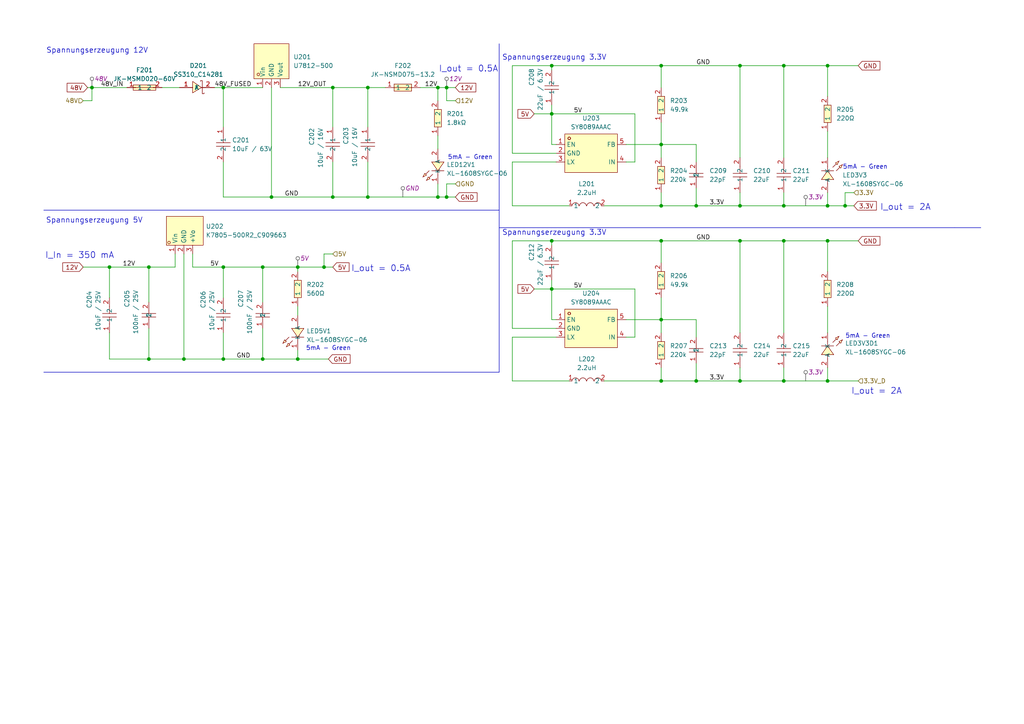
<source format=kicad_sch>
(kicad_sch (version 20250114) (generator "eeschema") (generator_version "9.0")
  (paper "A4")
  (title_block (title "E-Kart Option 1") (date "2025-04-01") (rev "1") (company "Leomax") (comment 1 "zentrale Steuer- und Kommunkationsplatine") (comment 2 "Bachelorarbiet") (comment 3 "Sebastian Hampl"))
  (lib_symbols
    (symbol "EasyEda2KiCad:0603WAF1801T5E"
      (property "Reference" "R" (at 0 5.08 0))
      (property "Value" "0603WAF1801T5E" (at 0 -5.08 0))
      (symbol "0603WAF1801T5E_0_1"
        (rectangle (start -2.54 1.02) (end 2.54 -1.02) (fill (type background)))
        (pin input line (at -5.08 0 0) (length 2.54) (name "1") (number "1"))
        (pin input line (at 5.08 0 180) (length 2.54) (name "2") (number "2"))
      )
    )
    (symbol "EasyEda2KiCad:0603WAF5600T5E"
      (property "Reference" "R" (at 0 5.08 0))
      (property "Value" "0603WAF5600T5E" (at 0 -5.08 0))
      (symbol "0603WAF5600T5E_0_1"
        (rectangle (start -2.54 1.02) (end 2.54 -1.02) (fill (type background)))
        (pin input line (at -5.08 0 0) (length 2.54) (name "1") (number "1"))
        (pin input line (at 5.08 0 180) (length 2.54) (name "2") (number "2"))
      )
    )
    (symbol "EasyEda2KiCad:0603WAJ0221T5E"
      (property "Reference" "R" (at 0 5.08 0))
      (property "Value" "0603WAJ0221T5E" (at 0 -5.08 0))
      (symbol "0603WAJ0221T5E_0_1"
        (rectangle (start -2.54 1.02) (end 2.54 -1.02) (fill (type background)))
        (pin input line (at -5.08 0 0) (length 2.54) (name "1") (number "1"))
        (pin input line (at 5.08 0 180) (length 2.54) (name "2") (number "2"))
      )
    )
    (symbol "EasyEda2KiCad:U7812-500"
      (property "Reference" "U" (at 0 7.62 0))
      (property "Value" "U7812-500" (at 0 -7.62 0))
      (symbol "U7812-500_0_1"
        (rectangle (start -5.08 5.08) (end 5.08 -5.08) (fill (type background)))
        (circle (center -3.81 3.81) (radius 0.38))
        (pin unspecified line (at -7.62 2.54 0) (length 2.54) (name "Vin") (number "1"))
        (pin unspecified line (at -7.62 0 0) (length 2.54) (name "GND") (number "2"))
        (pin unspecified line (at -7.62 -2.54 0) (length 2.54) (name "Vout") (number "3"))
      )
    )
    (symbol "EasyEda2KiCad:XL-1608SYGC-06"
      (property "Reference" "LED" (at 0 5.08 0))
      (property "Value" "XL-1608SYGC-06" (at 0 -5.08 0))
      (symbol "XL-1608SYGC-06_0_1"
        (polyline (pts (xy -4.06 3.3) (xy -3.05 2.79) (xy -3.56 2.29) (xy -4.06 3.3)) (fill (type background)))
        (polyline (pts (xy -3.05 4.32) (xy -2.03 3.81) (xy -2.54 3.3) (xy -3.05 4.32)) (fill (type background)))
        (polyline (pts (xy -2.29 1.52) (xy -3.3 2.54) (xy -2.29 1.52)) (fill (type background)))
        (polyline (pts (xy -1.27 2.54) (xy -2.29 3.56) (xy -1.27 2.54)) (fill (type background)))
        (polyline (pts (xy -1.27 1.78) (xy -1.27 -1.78)))
        (polyline (pts (xy -1.27 0) (xy -2.54 0)))
        (polyline (pts (xy 1.27 1.78) (xy -1.27 0) (xy 1.27 -1.78) (xy 1.27 1.78)) (fill (type background)))
        (polyline (pts (xy 2.54 0) (xy 1.27 0)))
        (pin unspecified line (at -5.08 0 0) (length 2.54) (name "K") (number "1"))
        (pin unspecified line (at 5.08 0 180) (length 2.54) (name "A") (number "2"))
      )
    )
    (symbol "easyeda2kicad:0603WAF2203T5E"
      (property "Reference" "R" (at 0 5.08 0))
      (property "Value" "0603WAF2203T5E" (at 0 -5.08 0))
      (symbol "0603WAF2203T5E_0_1"
        (rectangle (start -2.54 1.02) (end 2.54 -1.02) (fill (type background)))
        (pin input line (at -5.08 0 0) (length 2.54) (name "1") (number "1"))
        (pin input line (at 5.08 0 180) (length 2.54) (name "2") (number "2"))
      )
    )
    (symbol "easyeda2kicad:0603WAF4992T5E"
      (property "Reference" "R" (at 0 5.08 0))
      (property "Value" "0603WAF4992T5E" (at 0 -5.08 0))
      (symbol "0603WAF4992T5E_0_1"
        (rectangle (start -2.54 1.02) (end 2.54 -1.02) (fill (type background)))
        (pin input line (at -5.08 0 0) (length 2.54) (name "1") (number "1"))
        (pin input line (at 5.08 0 180) (length 2.54) (name "2") (number "2"))
      )
    )
    (symbol "easyeda2kicad:CL10A226MQ8NRNC"
      (property "Reference" "C" (at 0 5.08 0))
      (property "Value" "CL10A226MQ8NRNC" (at 0 -5.08 0))
      (symbol "CL10A226MQ8NRNC_0_1"
        (polyline (pts (xy -0.51 0) (xy -2.54 0)))
        (polyline (pts (xy -0.51 -2.03) (xy -0.51 2.03)))
        (polyline (pts (xy 0.51 2.03) (xy 0.51 -2.03)))
        (polyline (pts (xy 2.54 0) (xy 0.51 0)))
        (pin unspecified line (at -5.08 0 0) (length 2.54) (name "1") (number "1"))
        (pin unspecified line (at 5.08 0 180) (length 2.54) (name "2") (number "2"))
      )
    )
    (symbol "easyeda2kicad:CL10B104KA8NNNC"
      (property "Reference" "C" (at 0 5.08 0))
      (property "Value" "CL10B104KA8NNNC" (at 0 -5.08 0))
      (symbol "CL10B104KA8NNNC_0_1"
        (polyline (pts (xy -1.27 0) (xy -0.51 0)))
        (polyline (pts (xy -0.51 2.03) (xy -0.51 -2.03)))
        (polyline (pts (xy 0.51 2.03) (xy 0.51 -2.03)))
        (polyline (pts (xy 0.51 0) (xy 1.27 0)))
        (pin input line (at -3.81 0 0) (length 2.54) (name "1") (number "1"))
        (pin input line (at 3.81 0 180) (length 2.54) (name "2") (number "2"))
      )
    )
    (symbol "easyeda2kicad:CL21A106KAYNNNE"
      (property "Reference" "C" (at 0 5.08 0))
      (property "Value" "CL21A106KAYNNNE" (at 0 -5.08 0))
      (symbol "CL21A106KAYNNNE_0_1"
        (polyline (pts (xy -0.51 0) (xy -2.54 0)))
        (polyline (pts (xy -0.51 -2.03) (xy -0.51 2.03)))
        (polyline (pts (xy 0.51 2.03) (xy 0.51 -2.03)))
        (polyline (pts (xy 2.54 0) (xy 0.51 0)))
        (pin unspecified line (at -5.08 0 0) (length 2.54) (name "1") (number "1"))
        (pin unspecified line (at 5.08 0 180) (length 2.54) (name "2") (number "2"))
      )
    )
    (symbol "easyeda2kicad:CL21A226MAQNNNE"
      (property "Reference" "C" (at 0 5.08 0))
      (property "Value" "CL21A226MAQNNNE" (at 0 -5.08 0))
      (symbol "CL21A226MAQNNNE_0_1"
        (polyline (pts (xy -0.51 0) (xy -2.54 0)))
        (polyline (pts (xy -0.51 -2.03) (xy -0.51 2.03)))
        (polyline (pts (xy 0.51 2.03) (xy 0.51 -2.03)))
        (polyline (pts (xy 2.54 0) (xy 0.51 0)))
        (pin unspecified line (at -5.08 0 0) (length 2.54) (name "1") (number "1"))
        (pin unspecified line (at 5.08 0 180) (length 2.54) (name "2") (number "2"))
      )
    )
    (symbol "easyeda2kicad:CL21C220JBANNNC"
      (property "Reference" "C" (at 0 5.08 0))
      (property "Value" "CL21C220JBANNNC" (at 0 -5.08 0))
      (symbol "CL21C220JBANNNC_0_1"
        (polyline (pts (xy -1.27 0) (xy -0.51 0)))
        (polyline (pts (xy -0.51 2.03) (xy -0.51 -2.03)))
        (polyline (pts (xy 0.51 2.03) (xy 0.51 -2.03)))
        (polyline (pts (xy 0.51 0) (xy 1.27 0)))
        (pin input line (at -3.81 0 0) (length 2.54) (name "1") (number "1"))
        (pin input line (at 3.81 0 180) (length 2.54) (name "2") (number "2"))
      )
    )
    (symbol "easyeda2kicad:EMK212BBJ106KGHT"
      (property "Reference" "C" (at 0 5.08 0))
      (property "Value" "EMK212BBJ106KGHT" (at 0 -5.08 0))
      (symbol "EMK212BBJ106KGHT_0_1"
        (polyline (pts (xy -0.51 0) (xy -2.54 0)))
        (polyline (pts (xy -0.51 -2.03) (xy -0.51 2.03)))
        (polyline (pts (xy 0.51 2.03) (xy 0.51 -2.03)))
        (polyline (pts (xy 2.54 0) (xy 0.51 0)))
        (pin unspecified line (at -5.08 0 0) (length 2.54) (name "1") (number "1"))
        (pin unspecified line (at 5.08 0 180) (length 2.54) (name "2") (number "2"))
      )
    )
    (symbol "easyeda2kicad:GRM32ER71J106KA12L_C437568"
      (property "Reference" "C" (at 0 5.08 0))
      (property "Value" "GRM32ER71J106KA12L_C437568" (at 0 -5.08 0))
      (symbol "GRM32ER71J106KA12L_C437568_0_1"
        (polyline (pts (xy -0.51 0) (xy -2.54 0)))
        (polyline (pts (xy -0.51 -2.03) (xy -0.51 2.03)))
        (polyline (pts (xy 0.51 2.03) (xy 0.51 -2.03)))
        (polyline (pts (xy 2.54 0) (xy 0.51 0)))
        (pin unspecified line (at -5.08 0 0) (length 2.54) (name "1") (number "1"))
        (pin unspecified line (at 5.08 0 180) (length 2.54) (name "2") (number "2"))
      )
    )
    (symbol "easyeda2kicad:JK-MSMD020-60V"
      (property "Reference" "F" (at 0 5.08 0))
      (property "Value" "JK-MSMD020-60V" (at 0 -5.08 0))
      (symbol "JK-MSMD020-60V_0_1"
        (rectangle (start -3.3 0.76) (end 3.3 -0.76) (fill (type background)))
        (polyline (pts (xy -2.54 0) (xy 2.54 0)))
        (pin unspecified line (at -5.08 0 0) (length 2.54) (name "1") (number "1"))
        (pin unspecified line (at 5.08 0 180) (length 2.54) (name "2") (number "2"))
      )
    )
    (symbol "easyeda2kicad:JK-NSMD075-13.2"
      (property "Reference" "U" (at 0 5.08 0))
      (property "Value" "JK-NSMD075-13.2" (at 0 -5.08 0))
      (symbol "JK-NSMD075-13.2_0_1"
        (rectangle (start -2.54 1.02) (end 2.54 -1.02) (fill (type background)))
        (polyline (pts (xy -2.54 0) (xy 2.54 0)))
        (pin unspecified line (at -5.08 0 0) (length 2.54) (name "1") (number "1"))
        (pin unspecified line (at 5.08 0 180) (length 2.54) (name "2") (number "2"))
      )
    )
    (symbol "easyeda2kicad:K7805-500R2_C909663"
      (property "Reference" "U" (at 0 7.62 0))
      (property "Value" "K7805-500R2_C909663" (at 0 -7.62 0))
      (symbol "K7805-500R2_C909663_0_1"
        (rectangle (start -2.54 5.08) (end 5.84 -5.59) (fill (type background)))
        (circle (center -1.78 4.32) (radius 0.38))
        (pin unspecified line (at -5.08 2.54 0) (length 2.54) (name "Vin") (number "1"))
        (pin unspecified line (at -5.08 0 0) (length 2.54) (name "GND") (number "2"))
        (pin unspecified line (at -5.08 -2.54 0) (length 2.54) (name "+Vo") (number "3"))
      )
    )
    (symbol "easyeda2kicad:NR3015T2R2M"
      (property "Reference" "L" (at 0 5.08 0))
      (property "Value" "NR3015T2R2M" (at 0 -5.08 0))
      (symbol "NR3015T2R2M_0_1"
        (arc (start -4.29 -0.02) (mid -3.28 0.897) (end -2.27 -0.02))
        (arc (start -2.13 -0.02) (mid -1.12 0.897) (end -0.11 -0.02))
        (arc (start 0.02 -0.02) (mid 1.03 0.897) (end 2.04 -0.02))
        (arc (start 2.21 -0.02) (mid 3.22 0.9048) (end 4.23 -0.02))
        (pin unspecified line (at -5.08 0 0) (length 0.762) (name "1") (number "1"))
        (pin unspecified line (at 5.08 0 180) (length 0.762) (name "2") (number "2"))
      )
    )
    (symbol "easyeda2kicad:SS310_C14281"
      (property "Reference" "D" (at 0 5.08 0))
      (property "Value" "SS310_C14281" (at 0 -5.08 0))
      (symbol "SS310_C14281_0_1"
        (polyline (pts (xy -2.03 1.52) (xy -2.03 1.78) (xy -1.52 1.78) (xy -1.52 -2.03) (xy -1.02 -2.03) (xy -1.02 -1.78)))
        (polyline (pts (xy 1.27 1.52) (xy -1.27 0) (xy 1.27 -1.78) (xy 1.27 1.52)) (fill (type background)))
        (pin unspecified line (at -5.08 0 0) (length 3.81) (name "K") (number "2"))
        (pin unspecified line (at 5.08 0 180) (length 3.81) (name "A") (number "1"))
      )
    )
    (symbol "easyeda2kicad:SY8089AAAC"
      (property "Reference" "U" (at 0 7.62 0))
      (property "Value" "SY8089AAAC" (at 0 -7.62 0))
      (symbol "SY8089AAAC_0_1"
        (rectangle (start -7.62 5.59) (end 7.62 -5.59) (fill (type background)))
        (circle (center -6.35 4.32) (radius 0.38))
        (circle (center -6.35 4.32) (radius 0.38))
        (pin unspecified line (at -10.16 2.54 0) (length 2.54) (name "EN") (number "1"))
        (pin unspecified line (at -10.16 0 0) (length 2.54) (name "GND") (number "2"))
        (pin unspecified line (at -10.16 -2.54 0) (length 2.54) (name "LX") (number "3"))
        (pin unspecified line (at 10.16 2.54 180) (length 2.54) (name "FB") (number "5"))
        (pin unspecified line (at 10.16 -2.54 180) (length 2.54) (name "IN") (number "4"))
      )
    )
  )
  (text "I_out = 2A" (at 254.254 113.538 0) (effects (font (size 1.778 1.778))))
  (text "Spannungserzeugung 3.3V" (at 160.782 16.764 0) (effects (font (size 1.524 1.524))))
  (text "I_out = 2A" (at 262.636 60.198 0) (effects (font (size 1.778 1.778))))
  (text "5mA - Green" (at 251.714 97.536 0) (effects (font (size 1.27 1.27))))
  (text "Spannungserzeugung 5V " (at 27.94 64.008 0) (effects (font (size 1.524 1.524))))
  (text "5mA - Green" (at 250.952 48.514 0) (effects (font (size 1.27 1.27))))
  (text "5mA - Green" (at 95.25 101.092 0) (effects (font (size 1.27 1.27))))
  (text "I_out = 0.5A" (at 135.89 20.066 0) (effects (font (size 1.778 1.778))))
  (text "I_In = 350 mA" (at 23.114 74.168 0) (effects (font (size 1.778 1.778))))
  (text "I_out = 0.5A" (at 110.49 77.978 0) (effects (font (size 1.778 1.778))))
  (text "5mA - Green" (at 136.398 45.72 0) (effects (font (size 1.27 1.27))))
  (text "Spannungserzeugung 12V\n" (at 28.194 14.732 0) (effects (font (size 1.524 1.524))))
  (text "Spannungserzeugung 3.3V" (at 160.782 67.564 0) (effects (font (size 1.524 1.524))))
  (junction (at 76.2 104.14))
  (junction (at 214.63 69.85))
  (junction (at 96.52 57.15))
  (junction (at 96.52 25.4))
  (junction (at 106.68 25.4))
  (junction (at 129.54 57.15))
  (junction (at 240.03 19.05))
  (junction (at 53.34 104.14))
  (junction (at 214.63 59.69))
  (junction (at 245.11 59.69))
  (junction (at 160.02 69.85))
  (junction (at 227.33 69.85))
  (junction (at 64.77 77.47))
  (junction (at 227.33 59.69))
  (junction (at 191.77 19.05))
  (junction (at 127 57.15))
  (junction (at 191.77 92.71))
  (junction (at 43.18 104.14))
  (junction (at 86.36 77.47))
  (junction (at 93.98 77.47))
  (junction (at 106.68 57.15))
  (junction (at 127 25.4))
  (junction (at 214.63 19.05))
  (junction (at 227.33 110.49))
  (junction (at 240.03 69.85))
  (junction (at 26.67 25.4))
  (junction (at 201.93 110.49))
  (junction (at 240.03 110.49))
  (junction (at 129.54 25.4))
  (junction (at 191.77 59.69))
  (junction (at 191.77 41.91))
  (junction (at 240.03 59.69))
  (junction (at 201.93 59.69))
  (junction (at 227.33 19.05))
  (junction (at 76.2 77.47))
  (junction (at 64.77 25.4))
  (junction (at 160.02 33.02))
  (junction (at 64.77 104.14))
  (junction (at 31.75 77.47))
  (junction (at 86.36 104.14))
  (junction (at 214.63 110.49))
  (junction (at 43.18 77.47))
  (junction (at 160.02 83.82))
  (junction (at 191.77 69.85))
  (junction (at 191.77 110.49))
  (junction (at 78.74 57.15))
  (junction (at 160.02 19.05))
  (wire (pts (xy 161.29 46.99) (xy 148.59 46.99)))
  (wire (pts (xy 53.34 73.66) (xy 53.34 104.14)))
  (wire (pts (xy 160.02 92.71) (xy 161.29 92.71)))
  (wire (pts (xy 31.75 96.52) (xy 31.75 104.14)))
  (wire (pts (xy 78.74 57.15) (xy 96.52 57.15)))
  (wire (pts (xy 160.02 33.02) (xy 184.15 33.02)))
  (wire (pts (xy 191.77 19.05) (xy 191.77 25.4)))
  (wire (pts (xy 55.88 73.66) (xy 55.88 77.47)))
  (wire (pts (xy 62.23 25.4) (xy 64.77 25.4)))
  (wire (pts (xy 81.28 25.4) (xy 96.52 25.4)))
  (wire (pts (xy 43.18 104.14) (xy 53.34 104.14)))
  (wire (pts (xy 201.93 110.49) (xy 214.63 110.49)))
  (wire (pts (xy 96.52 57.15) (xy 106.68 57.15)))
  (wire (pts (xy 160.02 19.05) (xy 191.77 19.05)))
  (wire (pts (xy 227.33 55.88) (xy 227.33 59.69)))
  (wire (pts (xy 132.08 53.34) (xy 129.54 53.34)))
  (wire (pts (xy 240.03 69.85) (xy 248.92 69.85)))
  (wire (pts (xy 184.15 46.99) (xy 181.61 46.99)))
  (wire (pts (xy 201.93 54.61) (xy 201.93 59.69)))
  (wire (pts (xy 191.77 35.56) (xy 191.77 41.91)))
  (wire (pts (xy 76.2 87.63) (xy 76.2 77.47)))
  (polyline (pts (xy 12.7 107.95) (xy 144.78 107.95)))
  (wire (pts (xy 160.02 69.85) (xy 191.77 69.85)))
  (wire (pts (xy 181.61 92.71) (xy 191.77 92.71)))
  (wire (pts (xy 227.33 19.05) (xy 214.63 19.05)))
  (wire (pts (xy 227.33 106.68) (xy 227.33 110.49)))
  (wire (pts (xy 227.33 69.85) (xy 214.63 69.85)))
  (wire (pts (xy 214.63 110.49) (xy 227.33 110.49)))
  (wire (pts (xy 214.63 106.68) (xy 214.63 110.49)))
  (wire (pts (xy 240.03 19.05) (xy 248.92 19.05)))
  (wire (pts (xy 50.8 77.47) (xy 43.18 77.47)))
  (wire (pts (xy 227.33 69.85) (xy 227.33 96.52)))
  (wire (pts (xy 240.03 69.85) (xy 240.03 78.74)))
  (wire (pts (xy 201.93 59.69) (xy 191.77 59.69)))
  (wire (pts (xy 148.59 110.49) (xy 165.1 110.49)))
  (wire (pts (xy 86.36 101.6) (xy 86.36 104.14)))
  (wire (pts (xy 240.03 106.68) (xy 240.03 110.49)))
  (wire (pts (xy 148.59 46.99) (xy 148.59 59.69)))
  (wire (pts (xy 129.54 53.34) (xy 129.54 57.15)))
  (wire (pts (xy 31.75 104.14) (xy 43.18 104.14)))
  (wire (pts (xy 160.02 19.05) (xy 160.02 20.32)))
  (wire (pts (xy 127 53.34) (xy 127 57.15)))
  (wire (pts (xy 227.33 19.05) (xy 240.03 19.05)))
  (wire (pts (xy 214.63 59.69) (xy 227.33 59.69)))
  (wire (pts (xy 160.02 83.82) (xy 184.15 83.82)))
  (wire (pts (xy 148.59 44.45) (xy 148.59 19.05)))
  (wire (pts (xy 64.77 46.99) (xy 64.77 57.15)))
  (wire (pts (xy 132.08 29.21) (xy 129.54 29.21)))
  (wire (pts (xy 46.99 25.4) (xy 52.07 25.4)))
  (wire (pts (xy 76.2 95.25) (xy 76.2 104.14)))
  (wire (pts (xy 191.77 69.85) (xy 191.77 76.2)))
  (wire (pts (xy 24.13 29.21) (xy 26.67 29.21)))
  (wire (pts (xy 175.26 59.69) (xy 191.77 59.69)))
  (wire (pts (xy 53.34 104.14) (xy 64.77 104.14)))
  (wire (pts (xy 148.59 95.25) (xy 161.29 95.25)))
  (wire (pts (xy 43.18 95.25) (xy 43.18 104.14)))
  (wire (pts (xy 214.63 69.85) (xy 191.77 69.85)))
  (wire (pts (xy 86.36 77.47) (xy 86.36 78.74)))
  (wire (pts (xy 148.59 69.85) (xy 160.02 69.85)))
  (wire (pts (xy 55.88 77.47) (xy 64.77 77.47)))
  (wire (pts (xy 76.2 77.47) (xy 64.77 77.47)))
  (polyline (pts (xy 276.86 66.04) (xy 284.48 66.04)))
  (wire (pts (xy 160.02 30.48) (xy 160.02 33.02)))
  (wire (pts (xy 31.75 77.47) (xy 31.75 86.36)))
  (wire (pts (xy 160.02 83.82) (xy 160.02 92.71)))
  (wire (pts (xy 240.03 55.88) (xy 240.03 59.69)))
  (wire (pts (xy 175.26 110.49) (xy 191.77 110.49)))
  (wire (pts (xy 64.77 25.4) (xy 76.2 25.4)))
  (wire (pts (xy 148.59 97.79) (xy 148.59 110.49)))
  (wire (pts (xy 240.03 38.1) (xy 240.03 45.72)))
  (wire (pts (xy 127 29.21) (xy 127 25.4)))
  (wire (pts (xy 43.18 77.47) (xy 43.18 87.63)))
  (wire (pts (xy 201.93 105.41) (xy 201.93 110.49)))
  (wire (pts (xy 184.15 83.82) (xy 184.15 97.79)))
  (polyline (pts (xy 144.78 66.04) (xy 276.86 66.04)))
  (wire (pts (xy 201.93 46.99) (xy 201.93 41.91)))
  (wire (pts (xy 191.77 55.88) (xy 191.77 59.69)))
  (wire (pts (xy 25.4 25.4) (xy 26.67 25.4)))
  (wire (pts (xy 106.68 46.99) (xy 106.68 57.15)))
  (wire (pts (xy 106.68 25.4) (xy 111.76 25.4)))
  (wire (pts (xy 50.8 77.47) (xy 50.8 73.66)))
  (wire (pts (xy 227.33 59.69) (xy 240.03 59.69)))
  (wire (pts (xy 24.13 77.47) (xy 31.75 77.47)))
  (wire (pts (xy 191.77 92.71) (xy 191.77 96.52)))
  (wire (pts (xy 214.63 19.05) (xy 191.77 19.05)))
  (wire (pts (xy 247.65 59.69) (xy 245.11 59.69)))
  (wire (pts (xy 127 57.15) (xy 129.54 57.15)))
  (wire (pts (xy 148.59 44.45) (xy 161.29 44.45)))
  (wire (pts (xy 129.54 57.15) (xy 132.08 57.15)))
  (wire (pts (xy 245.11 55.88) (xy 245.11 59.69)))
  (polyline (pts (xy 144.78 60.96) (xy 144.78 107.95)))
  (wire (pts (xy 78.74 25.4) (xy 78.74 57.15)))
  (wire (pts (xy 64.77 77.47) (xy 64.77 86.36)))
  (wire (pts (xy 161.29 97.79) (xy 148.59 97.79)))
  (wire (pts (xy 106.68 25.4) (xy 106.68 36.83)))
  (wire (pts (xy 214.63 55.88) (xy 214.63 59.69)))
  (wire (pts (xy 201.93 97.79) (xy 201.93 92.71)))
  (wire (pts (xy 184.15 33.02) (xy 184.15 46.99)))
  (wire (pts (xy 247.65 55.88) (xy 245.11 55.88)))
  (polyline (pts (xy 12.7 60.96) (xy 144.78 60.96)))
  (wire (pts (xy 93.98 73.66) (xy 93.98 77.47)))
  (wire (pts (xy 191.77 41.91) (xy 201.93 41.91)))
  (wire (pts (xy 201.93 110.49) (xy 191.77 110.49)))
  (wire (pts (xy 191.77 41.91) (xy 191.77 45.72)))
  (wire (pts (xy 96.52 46.99) (xy 96.52 57.15)))
  (wire (pts (xy 96.52 25.4) (xy 106.68 25.4)))
  (wire (pts (xy 160.02 83.82) (xy 154.94 83.82)))
  (wire (pts (xy 129.54 29.21) (xy 129.54 25.4)))
  (wire (pts (xy 160.02 69.85) (xy 160.02 71.12)))
  (wire (pts (xy 129.54 25.4) (xy 132.08 25.4)))
  (wire (pts (xy 214.63 19.05) (xy 214.63 45.72)))
  (wire (pts (xy 64.77 104.14) (xy 76.2 104.14)))
  (wire (pts (xy 127 39.37) (xy 127 43.18)))
  (wire (pts (xy 86.36 104.14) (xy 95.25 104.14)))
  (wire (pts (xy 96.52 73.66) (xy 93.98 73.66)))
  (wire (pts (xy 160.02 33.02) (xy 160.02 41.91)))
  (wire (pts (xy 184.15 97.79) (xy 181.61 97.79)))
  (wire (pts (xy 240.03 110.49) (xy 248.92 110.49)))
  (wire (pts (xy 148.59 95.25) (xy 148.59 69.85)))
  (wire (pts (xy 148.59 59.69) (xy 165.1 59.69)))
  (wire (pts (xy 191.77 86.36) (xy 191.77 92.71)))
  (wire (pts (xy 245.11 59.69) (xy 240.03 59.69)))
  (wire (pts (xy 96.52 25.4) (xy 96.52 36.83)))
  (polyline (pts (xy 144.78 12.7) (xy 144.78 60.96)))
  (wire (pts (xy 76.2 104.14) (xy 86.36 104.14)))
  (wire (pts (xy 86.36 77.47) (xy 93.98 77.47)))
  (wire (pts (xy 148.59 19.05) (xy 160.02 19.05)))
  (wire (pts (xy 64.77 25.4) (xy 64.77 36.83)))
  (wire (pts (xy 160.02 41.91) (xy 161.29 41.91)))
  (wire (pts (xy 160.02 33.02) (xy 154.94 33.02)))
  (wire (pts (xy 191.77 106.68) (xy 191.77 110.49)))
  (wire (pts (xy 31.75 77.47) (xy 43.18 77.47)))
  (wire (pts (xy 227.33 110.49) (xy 240.03 110.49)))
  (wire (pts (xy 106.68 57.15) (xy 127 57.15)))
  (wire (pts (xy 64.77 96.52) (xy 64.77 104.14)))
  (wire (pts (xy 127 25.4) (xy 129.54 25.4)))
  (wire (pts (xy 240.03 88.9) (xy 240.03 96.52)))
  (wire (pts (xy 86.36 91.44) (xy 86.36 88.9)))
  (wire (pts (xy 227.33 69.85) (xy 240.03 69.85)))
  (wire (pts (xy 240.03 19.05) (xy 240.03 27.94)))
  (wire (pts (xy 181.61 41.91) (xy 191.77 41.91)))
  (wire (pts (xy 160.02 81.28) (xy 160.02 83.82)))
  (wire (pts (xy 26.67 25.4) (xy 36.83 25.4)))
  (wire (pts (xy 93.98 77.47) (xy 96.52 77.47)))
  (wire (pts (xy 201.93 59.69) (xy 214.63 59.69)))
  (wire (pts (xy 76.2 77.47) (xy 86.36 77.47)))
  (wire (pts (xy 227.33 19.05) (xy 227.33 45.72)))
  (wire (pts (xy 26.67 29.21) (xy 26.67 25.4)))
  (wire (pts (xy 121.92 25.4) (xy 127 25.4)))
  (wire (pts (xy 214.63 69.85) (xy 214.63 96.52)))
  (wire (pts (xy 191.77 92.71) (xy 201.93 92.71)))
  (wire (pts (xy 64.77 57.15) (xy 78.74 57.15)))
  (label "48V_FUSED" (at 62.23 25.4 0))
  (label "5V" (at 166.37 83.82 0))
  (label "3.3V" (at 205.74 59.69 0))
  (label "GND" (at 68.58 104.14 0))
  (label "GND" (at 201.93 69.85 0))
  (label "5V" (at 60.96 77.47 0))
  (label "5V" (at 166.37 33.02 0))
  (label "12V" (at 35.56 77.47 0))
  (label "12V_OUT" (at 86.36 25.4 0))
  (label "GND" (at 82.55 57.15 0))
  (label "12V" (at 123.19 25.4 0))
  (label "48V_IN" (at 29.21 25.4 0))
  (label "3.3V" (at 205.74 110.49 0))
  (label "GND" (at 201.93 19.05 0))
  (global_label "GND" (shape input) (at 95.25 104.14 0) (property "Intersheetrefs" "${INTERSHEET_REFS}" (effects (hide yes))))
  (global_label "12V" (shape input) (at 132.08 25.4 0) (property "Intersheetrefs" "${INTERSHEET_REFS}" (effects (hide yes))))
  (global_label "GND" (shape input) (at 248.92 69.85 0) (property "Intersheetrefs" "${INTERSHEET_REFS}" (effects (hide yes))))
  (global_label "12V" (shape input) (at 24.13 77.47 180) (property "Intersheetrefs" "${INTERSHEET_REFS}" (effects (hide yes))))
  (global_label "5V" (shape input) (at 96.52 77.47 0) (property "Intersheetrefs" "${INTERSHEET_REFS}" (effects (hide yes))))
  (global_label "GND" (shape input) (at 248.92 19.05 0) (property "Intersheetrefs" "${INTERSHEET_REFS}" (effects (hide yes))))
  (global_label "3.3V" (shape input) (at 247.65 59.69 0) (property "Intersheetrefs" "${INTERSHEET_REFS}" (effects (hide yes))))
  (global_label "GND" (shape input) (at 132.08 57.15 0) (property "Intersheetrefs" "${INTERSHEET_REFS}" (effects (hide yes))))
  (global_label "48V" (shape input) (at 25.4 25.4 180) (property "Intersheetrefs" "${INTERSHEET_REFS}" (effects (hide yes))))
  (global_label "5V" (shape input) (at 154.94 83.82 180) (property "Intersheetrefs" "${INTERSHEET_REFS}" (effects (hide yes))))
  (global_label "5V" (shape input) (at 154.94 33.02 180) (property "Intersheetrefs" "${INTERSHEET_REFS}" (effects (hide yes))))
  (hierarchical_label "48V" (shape input) (at 24.13 29.21 180))
  (hierarchical_label "GND" (shape input) (at 132.08 53.34 0))
  (hierarchical_label "3.3V_D" (shape input) (at 248.92 110.49 0))
  (hierarchical_label "12V" (shape input) (at 132.08 29.21 0))
  (hierarchical_label "3.3V" (shape input) (at 247.65 55.88 0))
  (hierarchical_label "5V" (shape input) (at 96.52 73.66 0))
  (netclass_flag "" (length 2.54) (shape round) (at 233.68 110.49 0) (property "Netclass" "3.3V" (at 234.3785 107.95 0) (effects (font (italic yes)) (justify left))))
  (netclass_flag "" (length 2.54) (shape round) (at 26.67 25.4 0) (property "Netclass" "48V" (at 27.3685 22.86 0) (effects (font (italic yes)) (justify left))))
  (netclass_flag "" (length 2.54) (shape round) (at 233.68 59.69 0) (property "Netclass" "3.3V" (at 234.3785 57.15 0) (effects (font (italic yes)) (justify left))))
  (netclass_flag "" (length 2.54) (shape round) (at 86.36 77.47 0) (property "Netclass" "5V" (at 87.0585 74.93 0) (effects (font (italic yes)) (justify left))))
  (netclass_flag "" (length 2.54) (shape round) (at 129.54 25.4 0) (property "Netclass" "12V" (at 130.2385 22.86 0) (effects (font (italic yes)) (justify left))))
  (netclass_flag "" (length 2.54) (shape round) (at 116.84 57.15 0) (property "Netclass" "GND" (at 117.5385 54.61 0) (effects (font (italic yes)) (justify left))))
  (symbol (lib_id "easyeda2kicad:0603WAF2203T5E") (at 191.77 50.8 90) (unit 1)
    (property "Reference" "R204" (at 194.31 49.5299 90) (effects (justify right)))
    (property "Value" "220k" (at 194.31 52.0699 90) (effects (justify right)))
    (property "Footprint" "easyeda2kicad:R0603" (effects (hide yes)))
    (property "Datasheet" "https://lcsc.com/product-detail/Chip-Resistor-Surface-Mount-UniOhm_220KR-2203-1_C22961.html" (effects (hide yes)))
    (property "LCSC Part" "C22961" (effects (hide yes)))
  )
  (symbol (lib_id "EasyEda2KiCad:0603WAJ0221T5E") (at 240.03 33.02 90) (unit 1)
    (property "Reference" "R205" (at 242.57 31.7499 90) (effects (justify right)))
    (property "Value" "220Ω" (at 242.57 34.2899 90) (effects (justify right)))
    (property "Footprint" "easyeda2kicad:R0603" (effects (hide yes)))
    (property "Datasheet" "https://lcsc.com/product-detail/Chip-Resistor-Surface-Mount-UniOhm_220R-221-5_C1226.html" (effects (hide yes)))
    (property "LCSC Part" "C1226" (effects (hide yes)))
  )
  (symbol (lib_id "EasyEda2KiCad:XL-1608SYGC-06") (at 240.03 101.6 270) (unit 1)
    (property "Reference" "LED3V3D1" (at 245.11 99.5699 90) (effects (justify left)))
    (property "Value" "XL-1608SYGC-06" (at 245.11 102.1099 90) (effects (justify left)))
    (property "Footprint" "easyeda2kicad:LED0603-RD_GREEN" (effects (hide yes)))
    (property "LCSC Part" "C965805" (effects (hide yes)))
  )
  (symbol (lib_id "easyeda2kicad:CL10A226MQ8NRNC") (at 160.02 76.2 90) (unit 1)
    (property "Reference" "C212" (at 154.178 70.612 0) (effects (justify right)))
    (property "Value" "22uF / 6.3V" (at 156.718 70.612 0) (effects (justify right)))
    (property "Footprint" "easyeda2kicad:C0603" (effects (hide yes)))
    (property "Datasheet" "https://lcsc.com/product-detail/Multilayer-Ceramic-Capacitors-MLCC-SMD-SMT_SAMSUNG_CL10A226MQ8NRNC_22uF-226-20-6-3V_C59461.html" (effects (hide yes)))
    (property "LCSC Part" "C59461" (effects (hide yes)))
  )
  (symbol (lib_id "EasyEda2KiCad:0603WAF5600T5E") (at 86.36 83.82 90) (unit 1)
    (property "Reference" "R202" (at 88.9 82.5499 90) (effects (justify right)))
    (property "Value" "560Ω" (at 88.9 85.0899 90) (effects (justify right)))
    (property "Footprint" "easyeda2kicad:R0603" (effects (hide yes)))
    (property "Datasheet" "https://lcsc.com/product-detail/Chip-Resistor-Surface-Mount-UniOhm_560R-5600-1_C23204.html" (effects (hide yes)))
    (property "LCSC Part" "C23204" (effects (hide yes)))
  )
  (symbol (lib_id "EasyEda2KiCad:0603WAF1801T5E") (at 127 34.29 90) (unit 1)
    (property "Reference" "R201" (at 129.54 33.0199 90) (effects (justify right)))
    (property "Value" "1.8kΩ" (at 129.54 35.5599 90) (effects (justify right)))
    (property "Footprint" "easyeda2kicad:R0603" (effects (hide yes)))
    (property "Datasheet" "https://lcsc.com/product-detail/Chip-Resistor-Surface-Mount-UniOhm_1-8KR-1801-1_C4177.html" (effects (hide yes)))
    (property "LCSC Part" "C4177" (effects (hide yes)))
  )
  (symbol (lib_id "easyeda2kicad:CL21C220JBANNNC") (at 201.93 50.8 90) (unit 1)
    (property "Reference" "C209" (at 205.74 49.5299 90) (effects (justify right)))
    (property "Value" "22pF" (at 205.74 52.0699 90) (effects (justify right)))
    (property "Footprint" "easyeda2kicad:C0805" (effects (hide yes)))
    (property "Datasheet" "https://lcsc.com/product-detail/Multilayer-Ceramic-Capacitors-MLCC-SMD-SMT_SAMSUNG_CL21C220JBANNNC_22pF-220-5-50V_C1804.html" (effects (hide yes)))
    (property "LCSC Part" "C1804" (effects (hide yes)))
  )
  (symbol (lib_id "easyeda2kicad:0603WAF4992T5E") (at 191.77 81.28 90) (unit 1)
    (property "Reference" "R206" (at 194.31 80.0099 90) (effects (justify right)))
    (property "Value" "49.9k" (at 194.31 82.5499 90) (effects (justify right)))
    (property "Footprint" "easyeda2kicad:R0603" (effects (hide yes)))
    (property "Datasheet" "https://lcsc.com/product-detail/Chip-Resistor-Surface-Mount-UniOhm_49-9KR-4992-1_C23184.html" (effects (hide yes)))
    (property "LCSC Part" "C23184" (effects (hide yes)))
  )
  (symbol (lib_id "easyeda2kicad:EMK212BBJ106KGHT") (at 106.68 41.91 270) (unit 1)
    (property "Reference" "C203" (at 100.33 36.83 0) (effects (justify left)))
    (property "Value" "10uF / 16V" (at 102.87 36.83 0) (effects (justify left)))
    (property "Footprint" "easyeda2kicad:C0805" (effects (hide yes)))
    (property "Datasheet" "https://lcsc.com/product-detail/Multilayer-Ceramic-Capacitors-MLCC-SMD-SMT_Taiyo-Yuden-EMK212BBJ106KGHT_C650950.html" (effects (hide yes)))
    (property "LCSC Part" "C650950" (effects (hide yes)))
  )
  (symbol (lib_id "easyeda2kicad:K7805-500R2_C909663") (at 53.34 68.58 90) (unit 1)
    (property "Reference" "U202" (at 59.69 65.6599 90) (effects (justify right)))
    (property "Value" "K7805-500R2_C909663" (at 59.69 68.1999 90) (effects (justify right)))
    (property "Footprint" "easyeda2kicad:PWRM-TH_K78XX-500R3" (effects (hide yes)))
    (property "Datasheet" "https://lcsc.com/product-detail/Power-Modules_DEXU-Electronics-K7805-500R2_C909663.html" (effects (hide yes)))
    (property "LCSC Part" "C909663" (effects (hide yes)))
  )
  (symbol (lib_id "easyeda2kicad:0603WAF2203T5E") (at 191.77 101.6 90) (unit 1)
    (property "Reference" "R207" (at 194.31 100.3299 90) (effects (justify right)))
    (property "Value" "220k" (at 194.31 102.8699 90) (effects (justify right)))
    (property "Footprint" "easyeda2kicad:R0603" (effects (hide yes)))
    (property "Datasheet" "https://lcsc.com/product-detail/Chip-Resistor-Surface-Mount-UniOhm_220KR-2203-1_C22961.html" (effects (hide yes)))
    (property "LCSC Part" "C22961" (effects (hide yes)))
  )
  (symbol (lib_id "easyeda2kicad:GRM32ER71J106KA12L_C437568") (at 64.77 41.91 270) (unit 1)
    (property "Reference" "C201" (at 67.31 40.64 90) (effects (justify left)))
    (property "Value" "10uF / 63V" (at 67.31 43.18 90) (effects (justify left)))
    (property "Footprint" "easyeda2kicad:C1210" (effects (hide yes)))
    (property "LCSC Part" "C437568" (effects (hide yes)))
  )
  (symbol (lib_id "easyeda2kicad:CL21C220JBANNNC") (at 201.93 101.6 90) (unit 1)
    (property "Reference" "C213" (at 205.74 100.3299 90) (effects (justify right)))
    (property "Value" "22pF" (at 205.74 102.8699 90) (effects (justify right)))
    (property "Footprint" "easyeda2kicad:C0805" (effects (hide yes)))
    (property "Datasheet" "https://lcsc.com/product-detail/Multilayer-Ceramic-Capacitors-MLCC-SMD-SMT_SAMSUNG_CL21C220JBANNNC_22pF-220-5-50V_C1804.html" (effects (hide yes)))
    (property "LCSC Part" "C1804" (effects (hide yes)))
  )
  (symbol (lib_id "EasyEda2KiCad:XL-1608SYGC-06") (at 240.03 50.8 270) (unit 1)
    (property "Reference" "LED3V3" (at 244.348 50.8 90) (effects (justify left)))
    (property "Value" "XL-1608SYGC-06" (at 244.348 53.34 90) (effects (justify left)))
    (property "Footprint" "easyeda2kicad:LED0603-RD_GREEN" (effects (hide yes)))
    (property "LCSC Part" "C965805" (effects (hide yes)))
  )
  (symbol (lib_id "easyeda2kicad:JK-NSMD075-13.2") (at 116.84 25.4 0) (unit 1)
    (property "Reference" "F202" (at 116.84 19.05 0))
    (property "Value" "JK-NSMD075-13.2" (at 116.84 21.59 0))
    (property "Footprint" "easyeda2kicad:F1206" (effects (hide yes)))
    (property "LCSC Part" "C2680509" (effects (hide yes)))
  )
  (symbol (lib_id "easyeda2kicad:SY8089AAAC") (at 171.45 44.45 0) (unit 1)
    (property "Reference" "U203" (at 171.45 34.29 0))
    (property "Value" "SY8089AAAC" (at 171.45 36.83 0))
    (property "Footprint" "easyeda2kicad:SOT-23-5_L3.0-W1.7-P0.95-LS2.8-BR" (effects (hide yes)))
    (property "Datasheet" "https://lcsc.com/product-detail/DC-DC-Converters_Silergy_SY8089AAAC_SY8089AAAC_C78988.html" (effects (hide yes)))
    (property "LCSC Part" "C78988" (effects (hide yes)))
  )
  (symbol (lib_id "EasyEda2KiCad:U7812-500") (at 78.74 17.78 90) (unit 1)
    (property "Reference" "U201" (at 85.09 16.5099 90) (effects (justify right)))
    (property "Value" "U7812-500" (at 85.09 19.0499 90) (effects (justify right)))
    (property "Footprint" "easyeda2kicad:PWRM-TH_3P-L11.6-W9.0-P2.54" (effects (hide yes)))
    (property "LCSC Part" "C5199050" (effects (hide yes)))
  )
  (symbol (lib_id "easyeda2kicad:SY8089AAAC") (at 171.45 95.25 0) (unit 1)
    (property "Reference" "U204" (at 171.45 85.09 0))
    (property "Value" "SY8089AAAC" (at 171.45 87.63 0))
    (property "Footprint" "easyeda2kicad:SOT-23-5_L3.0-W1.7-P0.95-LS2.8-BR" (effects (hide yes)))
    (property "Datasheet" "https://lcsc.com/product-detail/DC-DC-Converters_Silergy_SY8089AAAC_SY8089AAAC_C78988.html" (effects (hide yes)))
    (property "LCSC Part" "C78988" (effects (hide yes)))
  )
  (symbol (lib_id "easyeda2kicad:CL10B104KA8NNNC") (at 43.18 91.44 90) (unit 1)
    (property "Reference" "C205" (at 36.83 84.074 0) (effects (justify right)))
    (property "Value" "100nF / 25V" (at 39.37 84.074 0) (effects (justify right)))
    (property "Footprint" "easyeda2kicad:C0603" (effects (hide yes)))
    (property "Datasheet" "https://lcsc.com/product-detail/Multilayer-Ceramic-Capacitors-MLCC-SMD-SMT_SAMSUNG_CL10B104KA8NNNC_100nF-104-10-25V_C1590.html" (effects (hide yes)))
    (property "LCSC Part" "C1590" (effects (hide yes)))
  )
  (symbol (lib_id "easyeda2kicad:0603WAF4992T5E") (at 191.77 30.48 90) (unit 1)
    (property "Reference" "R203" (at 194.31 29.2099 90) (effects (justify right)))
    (property "Value" "49.9k" (at 194.31 31.7499 90) (effects (justify right)))
    (property "Footprint" "easyeda2kicad:R0603" (effects (hide yes)))
    (property "Datasheet" "https://lcsc.com/product-detail/Chip-Resistor-Surface-Mount-UniOhm_49-9KR-4992-1_C23184.html" (effects (hide yes)))
    (property "LCSC Part" "C23184" (effects (hide yes)))
  )
  (symbol (lib_id "easyeda2kicad:CL10A226MQ8NRNC") (at 160.02 25.4 90) (unit 1)
    (property "Reference" "C208" (at 154.178 19.812 0) (effects (justify right)))
    (property "Value" "22uF / 6.3V" (at 156.718 19.812 0) (effects (justify right)))
    (property "Footprint" "easyeda2kicad:C0603" (effects (hide yes)))
    (property "Datasheet" "https://lcsc.com/product-detail/Multilayer-Ceramic-Capacitors-MLCC-SMD-SMT_SAMSUNG_CL10A226MQ8NRNC_22uF-226-20-6-3V_C59461.html" (effects (hide yes)))
    (property "LCSC Part" "C59461" (effects (hide yes)))
  )
  (symbol (lib_id "EasyEda2KiCad:0603WAJ0221T5E") (at 240.03 83.82 90) (unit 1)
    (property "Reference" "R208" (at 242.57 82.5499 90) (effects (justify right)))
    (property "Value" "220Ω" (at 242.57 85.0899 90) (effects (justify right)))
    (property "Footprint" "easyeda2kicad:R0603" (effects (hide yes)))
    (property "Datasheet" "https://lcsc.com/product-detail/Chip-Resistor-Surface-Mount-UniOhm_220R-221-5_C1226.html" (effects (hide yes)))
    (property "LCSC Part" "C1226" (effects (hide yes)))
  )
  (symbol (lib_id "easyeda2kicad:NR3015T2R2M") (at 170.18 110.49 0) (unit 1)
    (property "Reference" "L202" (at 170.18 104.14 0))
    (property "Value" "2.2uH" (at 170.18 106.68 0))
    (property "Footprint" "easyeda2kicad:IND-SMD_L3.0-W3.0_NR3010" (effects (hide yes)))
    (property "Datasheet" "https://lcsc.com/product-detail/Power-Inductors_TAIYO-YUDEN_NR3015T2R2M_NR3015T2R2M_C86423.html" (effects (hide yes)))
    (property "LCSC Part" "C86423" (effects (hide yes)))
  )
  (symbol (lib_id "easyeda2kicad:SS310_C14281") (at 57.15 25.4 180) (unit 1)
    (property "Reference" "D201" (at 57.53 19.05 0))
    (property "Value" "SS310_C14281" (at 57.53 21.59 0))
    (property "Footprint" "easyeda2kicad:SMB_L4.6-W3.6-LS5.3-RD" (effects (hide yes)))
    (property "Datasheet" "https://lcsc.com/product-detail/Schottky-Barrier-Diodes-SBD_SS310_C14281.html" (effects (hide yes)))
    (property "LCSC Part" "C14281" (effects (hide yes)))
  )
  (symbol (lib_id "easyeda2kicad:JK-MSMD020-60V") (at 41.91 25.4 0) (unit 1)
    (property "Reference" "F201" (at 41.91 20.32 0))
    (property "Value" "JK-MSMD020-60V" (at 41.91 22.86 0))
    (property "Footprint" "easyeda2kicad:F1812" (effects (hide yes)))
    (property "LCSC Part" "C2686250" (effects (hide yes)))
  )
  (symbol (lib_id "easyeda2kicad:CL10B104KA8NNNC") (at 76.2 91.44 90) (unit 1)
    (property "Reference" "C207" (at 69.85 84.074 0) (effects (justify right)))
    (property "Value" "100nF / 25V" (at 72.39 84.074 0) (effects (justify right)))
    (property "Footprint" "easyeda2kicad:C0603" (effects (hide yes)))
    (property "Datasheet" "https://lcsc.com/product-detail/Multilayer-Ceramic-Capacitors-MLCC-SMD-SMT_SAMSUNG_CL10B104KA8NNNC_100nF-104-10-25V_C1590.html" (effects (hide yes)))
    (property "LCSC Part" "C1590" (effects (hide yes)))
  )
  (symbol (lib_id "easyeda2kicad:EMK212BBJ106KGHT") (at 96.52 41.91 270) (unit 1)
    (property "Reference" "C202" (at 90.424 37.084 0) (effects (justify left)))
    (property "Value" "10uF / 16V" (at 92.964 37.084 0) (effects (justify left)))
    (property "Footprint" "easyeda2kicad:C0805" (effects (hide yes)))
    (property "Datasheet" "https://lcsc.com/product-detail/Multilayer-Ceramic-Capacitors-MLCC-SMD-SMT_Taiyo-Yuden-EMK212BBJ106KGHT_C650950.html" (effects (hide yes)))
    (property "LCSC Part" "C650950" (effects (hide yes)))
  )
  (symbol (lib_id "easyeda2kicad:CL21A226MAQNNNE") (at 227.33 50.8 90) (unit 1)
    (property "Reference" "C211" (at 229.87 49.53 90) (effects (justify right)))
    (property "Value" "22uF" (at 229.87 52.07 90) (effects (justify right)))
    (property "Footprint" "easyeda2kicad:C0805" (effects (hide yes)))
    (property "Datasheet" "https://lcsc.com/product-detail/Multilayer-Ceramic-Capacitors-MLCC-SMD-SMT_SAMSUNG_CL21A226MAQNNNE_22uF-226-20-25V_C45783.html" (effects (hide yes)))
    (property "LCSC Part" "C45783" (effects (hide yes)))
  )
  (symbol (lib_id "easyeda2kicad:CL21A106KAYNNNE") (at 64.77 91.44 90) (unit 1)
    (property "Reference" "C206" (at 58.928 84.328 0) (effects (justify right)))
    (property "Value" "10uF / 25V" (at 61.468 84.328 0) (effects (justify right)))
    (property "Footprint" "easyeda2kicad:C0805" (effects (hide yes)))
    (property "Datasheet" "https://lcsc.com/product-detail/Multilayer-Ceramic-Capacitors-MLCC-SMD-SMT_SAMSUNG_CL21A106KAYNNNE_10uF-106-10-25V_C15850.html" (effects (hide yes)))
    (property "LCSC Part" "C15850" (effects (hide yes)))
  )
  (symbol (lib_id "EasyEda2KiCad:XL-1608SYGC-06") (at 127 48.26 90) (unit 1)
    (property "Reference" "LED12V1" (at 129.54 47.7499 90) (effects (justify right)))
    (property "Value" "XL-1608SYGC-06" (at 129.54 50.2899 90) (effects (justify right)))
    (property "Footprint" "easyeda2kicad:LED0603-RD_GREEN" (effects (hide yes)))
    (property "LCSC Part" "C965805" (effects (hide yes)))
  )
  (symbol (lib_id "easyeda2kicad:CL21A226MAQNNNE") (at 214.63 101.6 90) (unit 1)
    (property "Reference" "C214" (at 218.44 100.3299 90) (effects (justify right)))
    (property "Value" "22uF" (at 218.44 102.8699 90) (effects (justify right)))
    (property "Footprint" "easyeda2kicad:C0805" (effects (hide yes)))
    (property "Datasheet" "https://lcsc.com/product-detail/Multilayer-Ceramic-Capacitors-MLCC-SMD-SMT_SAMSUNG_CL21A226MAQNNNE_22uF-226-20-25V_C45783.html" (effects (hide yes)))
    (property "LCSC Part" "C45783" (effects (hide yes)))
  )
  (symbol (lib_id "easyeda2kicad:NR3015T2R2M") (at 170.18 59.69 0) (unit 1)
    (property "Reference" "L201" (at 170.18 53.34 0))
    (property "Value" "2.2uH" (at 170.18 55.88 0))
    (property "Footprint" "easyeda2kicad:IND-SMD_L3.0-W3.0_NR3010" (effects (hide yes)))
    (property "Datasheet" "https://lcsc.com/product-detail/Power-Inductors_TAIYO-YUDEN_NR3015T2R2M_NR3015T2R2M_C86423.html" (effects (hide yes)))
    (property "LCSC Part" "C86423" (effects (hide yes)))
  )
  (symbol (lib_id "easyeda2kicad:CL21A106KAYNNNE") (at 31.75 91.44 90) (unit 1)
    (property "Reference" "C204" (at 25.908 84.328 0) (effects (justify right)))
    (property "Value" "10uF / 25V" (at 28.448 84.328 0) (effects (justify right)))
    (property "Footprint" "easyeda2kicad:C0805" (effects (hide yes)))
    (property "Datasheet" "https://lcsc.com/product-detail/Multilayer-Ceramic-Capacitors-MLCC-SMD-SMT_SAMSUNG_CL21A106KAYNNNE_10uF-106-10-25V_C15850.html" (effects (hide yes)))
    (property "LCSC Part" "C15850" (effects (hide yes)))
  )
  (symbol (lib_id "easyeda2kicad:CL21A226MAQNNNE") (at 214.63 50.8 90) (unit 1)
    (property "Reference" "C210" (at 218.44 49.5299 90) (effects (justify right)))
    (property "Value" "22uF" (at 218.44 52.0699 90) (effects (justify right)))
    (property "Footprint" "easyeda2kicad:C0805" (effects (hide yes)))
    (property "Datasheet" "https://lcsc.com/product-detail/Multilayer-Ceramic-Capacitors-MLCC-SMD-SMT_SAMSUNG_CL21A226MAQNNNE_22uF-226-20-25V_C45783.html" (effects (hide yes)))
    (property "LCSC Part" "C45783" (effects (hide yes)))
  )
  (symbol (lib_id "EasyEda2KiCad:XL-1608SYGC-06") (at 86.36 96.52 90) (unit 1)
    (property "Reference" "LED5V1" (at 88.9 96.0099 90) (effects (justify right)))
    (property "Value" "XL-1608SYGC-06" (at 88.9 98.5499 90) (effects (justify right)))
    (property "Footprint" "easyeda2kicad:LED0603-RD_GREEN" (effects (hide yes)))
    (property "LCSC Part" "C965805" (effects (hide yes)))
  )
  (symbol (lib_id "easyeda2kicad:CL21A226MAQNNNE") (at 227.33 101.6 90) (unit 1)
    (property "Reference" "C215" (at 229.87 100.33 90) (effects (justify right)))
    (property "Value" "22uF" (at 229.87 102.87 90) (effects (justify right)))
    (property "Footprint" "easyeda2kicad:C0805" (effects (hide yes)))
    (property "Datasheet" "https://lcsc.com/product-detail/Multilayer-Ceramic-Capacitors-MLCC-SMD-SMT_SAMSUNG_CL21A226MAQNNNE_22uF-226-20-25V_C45783.html" (effects (hide yes)))
    (property "LCSC Part" "C45783" (effects (hide yes)))
  )
)
</source>
